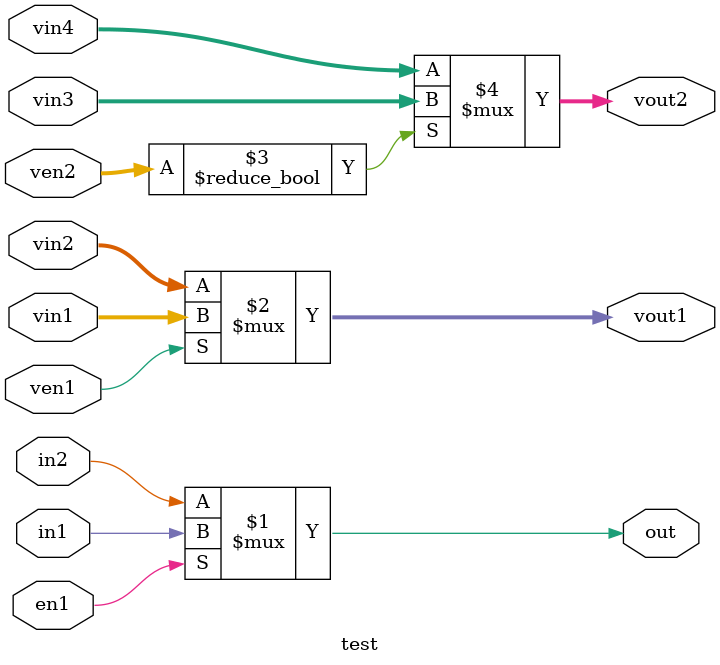
<source format=v>
module test(in1, in2, out,  vin1, vin2, vin3, vin4, vout1, vout2, en1, ven1, ven2);
input in1, in2, en1, ven1;
input [1:0] ven2;
output out;
input [1:0] vin1,  vin2, vin3, vin4;
output [1:0] vout1, vout2;

assign out = en1 ? in1 : in2;
assign vout1 = ven1 ? vin1 : vin2;
assign vout2 = ven2 ? vin3 : vin4;
endmodule

</source>
